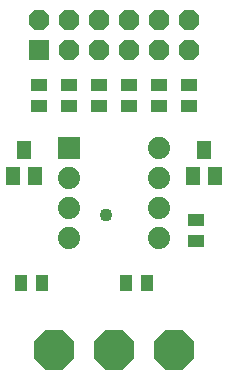
<source format=gbr>
G04 EAGLE Gerber X2 export*
%TF.Part,Single*%
%TF.FileFunction,Soldermask,Top,1*%
%TF.FilePolarity,Negative*%
%TF.GenerationSoftware,Autodesk,EAGLE,9.1.3*%
%TF.CreationDate,2018-08-31T23:25:58Z*%
G75*
%MOMM*%
%FSLAX34Y34*%
%LPD*%
%AMOC8*
5,1,8,0,0,1.08239X$1,22.5*%
G01*
%ADD10P,3.656530X8X22.500000*%
%ADD11P,1.869504X8X22.500000*%
%ADD12R,1.727200X1.727200*%
%ADD13R,1.203200X1.603200*%
%ADD14R,1.403200X1.003200*%
%ADD15R,1.003200X1.403200*%
%ADD16R,1.879600X1.879600*%
%ADD17C,1.879600*%
%ADD18C,1.103200*%


D10*
X101600Y25400D03*
D11*
X38100Y304800D03*
X63500Y304800D03*
X88900Y304800D03*
X114300Y304800D03*
X139700Y304800D03*
X165100Y304800D03*
D12*
X38100Y279400D03*
D11*
X63500Y279400D03*
X88900Y279400D03*
X114300Y279400D03*
X139700Y279400D03*
X165100Y279400D03*
D13*
X177800Y195150D03*
X187300Y173150D03*
X168300Y173150D03*
X25400Y195150D03*
X34900Y173150D03*
X15900Y173150D03*
D14*
X88900Y232300D03*
X88900Y250300D03*
X63500Y232300D03*
X63500Y250300D03*
X38100Y232300D03*
X38100Y250300D03*
X171450Y118000D03*
X171450Y136000D03*
X165100Y232300D03*
X165100Y250300D03*
X139700Y232300D03*
X139700Y250300D03*
D15*
X40750Y82550D03*
X22750Y82550D03*
D14*
X114300Y232300D03*
X114300Y250300D03*
D10*
X152400Y25400D03*
D16*
X63500Y196850D03*
D17*
X63500Y171450D03*
X63500Y146050D03*
X63500Y120650D03*
X139700Y120650D03*
X139700Y146050D03*
X139700Y171450D03*
X139700Y196850D03*
D10*
X50800Y25400D03*
D15*
X129650Y82550D03*
X111650Y82550D03*
D18*
X95250Y139700D03*
M02*

</source>
